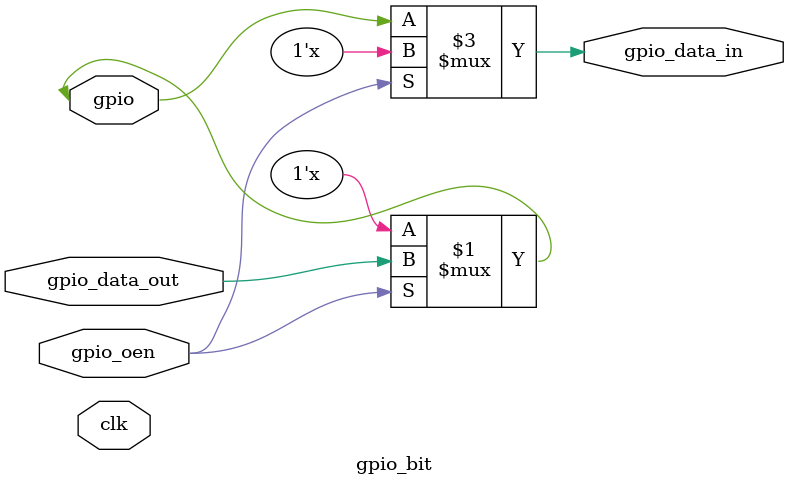
<source format=v>

module gpio_bit (/*AUTOARG*/
   // Outputs
   gpio_data_in,
   // Inouts
   gpio,
   // Inputs
   clk, gpio_oen, gpio_data_out
   ) ;

   input clk;           

   input gpio_oen;
   input gpio_data_out;
   output gpio_data_in;

   inout  gpio;
   
   wire   gpio_data_in;
   wire   temp;
   
   //
   // If gpio_oen (Output ENable) is high, drive the
   // GPIO pin with the data from the CPU
   //
   assign gpio = (gpio_oen) ? gpio_data_out : 1'bz;


   //
   // If gpio_oen (Output ENable) is low, sample the input
   // from the GPIO on every clock edge and send back to CPU
   //
   assign gpio_data_in = (!gpio_oen) ? gpio : 1'bz;
   

/* -----\/----- EXCLUDED -----\/-----
   IOBUF  IOBUF_inst (
                         .O(gpio_data_in), // Buffer output
                         .IO(gpio), // Buffer inout port (connect directly to top-level port)
                         .I(gpio_data_out), // Buffer input
                         .T(~gpio_oen) // 3-state enable input, high=input, low=output
                         );
 -----/\----- EXCLUDED -----/\----- */
   
endmodule // gpio_bit

</source>
